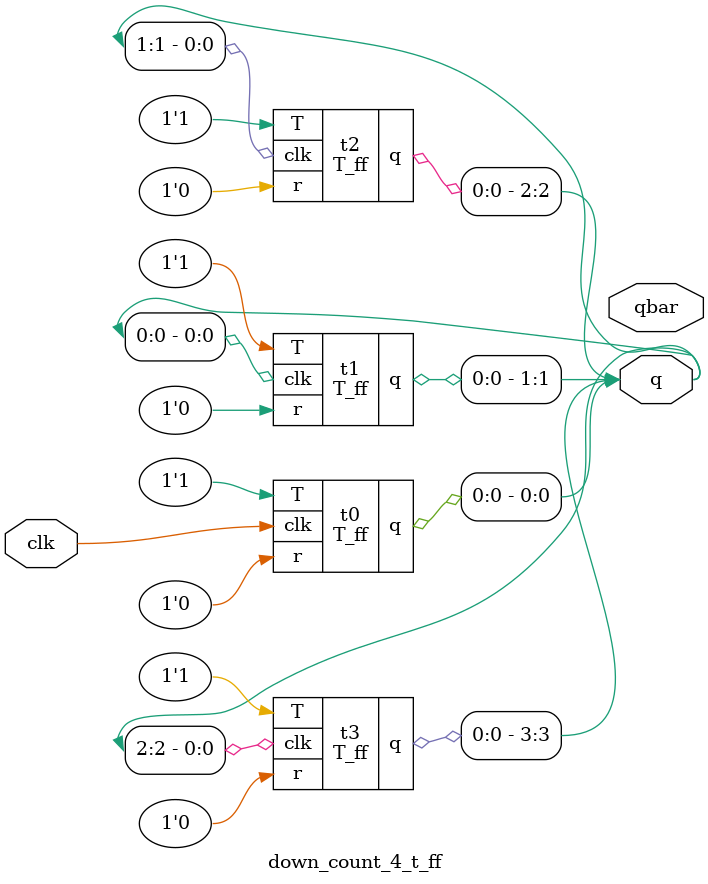
<source format=v>
`timescale 1ns / 1ps

module T_ff(
    input clk, T, r,
    output reg q,
    output qbar
);

always @(posedge clk) begin
    if (r)
        q <= 0;
    else if (T)
        q <= ~q;
end

assign qbar = ~q;

endmodule

module down_count_4_t_ff(
input clk,
output [3 : 0] q,
output [3 : 0] qbar
    );
    T_ff t0 (.clk(clk), .T(1), .r(0), .q(q[0]));
    T_ff t1 (.clk(q[0]), .T(1), .r(0), .q(q[1]));
    T_ff t2 (.clk(q[1]), .T(1), .r(0), .q(q[2]));
    T_ff t3 (.clk(q[2]), .T(1), .r(0), .q(q[3]));
    
endmodule

</source>
